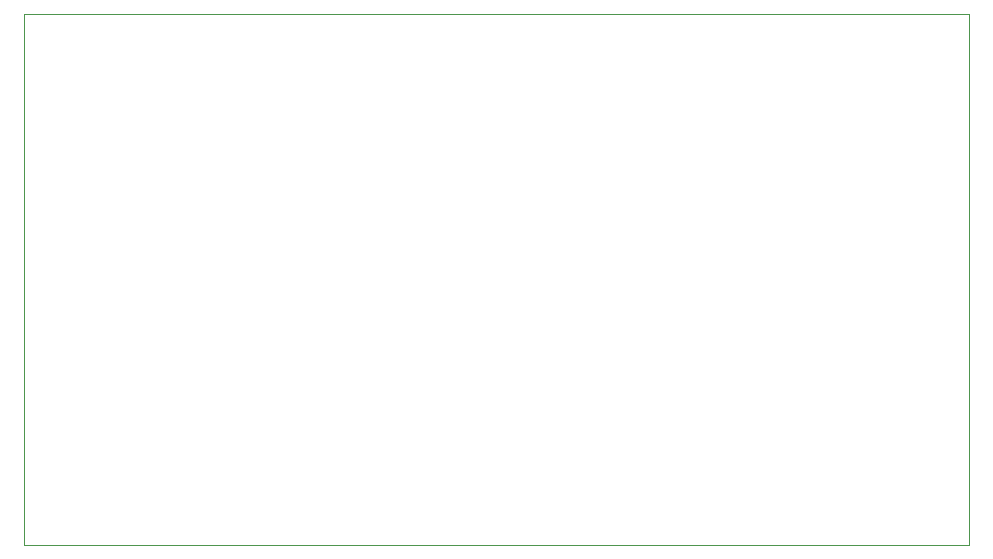
<source format=gm1>
%TF.GenerationSoftware,KiCad,Pcbnew,8.0.2*%
%TF.CreationDate,2024-05-13T19:00:29+03:00*%
%TF.ProjectId,WiFiRelay,57694669-5265-46c6-9179-2e6b69636164,rev?*%
%TF.SameCoordinates,Original*%
%TF.FileFunction,Profile,NP*%
%FSLAX46Y46*%
G04 Gerber Fmt 4.6, Leading zero omitted, Abs format (unit mm)*
G04 Created by KiCad (PCBNEW 8.0.2) date 2024-05-13 19:00:29*
%MOMM*%
%LPD*%
G01*
G04 APERTURE LIST*
%TA.AperFunction,Profile*%
%ADD10C,0.050000*%
%TD*%
G04 APERTURE END LIST*
D10*
X65500000Y-85500000D02*
X145500000Y-85500000D01*
X145500000Y-130500000D01*
X65500000Y-130500000D01*
X65500000Y-85500000D01*
M02*

</source>
